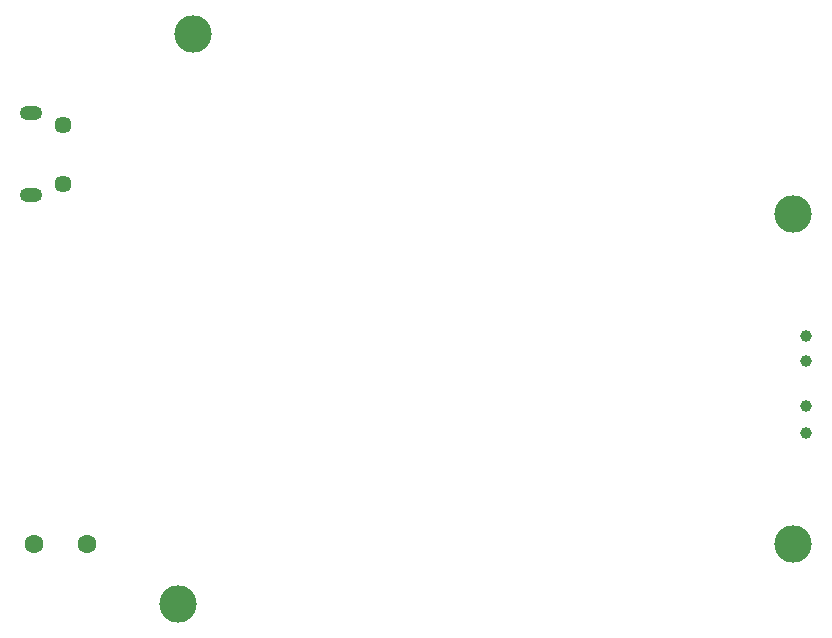
<source format=gbr>
%TF.GenerationSoftware,KiCad,Pcbnew,6.0.0*%
%TF.CreationDate,2022-01-02T09:26:31-06:00*%
%TF.ProjectId,boysenboard,626f7973-656e-4626-9f61-72642e6b6963,rev?*%
%TF.SameCoordinates,Original*%
%TF.FileFunction,Soldermask,Bot*%
%TF.FilePolarity,Negative*%
%FSLAX46Y46*%
G04 Gerber Fmt 4.6, Leading zero omitted, Abs format (unit mm)*
G04 Created by KiCad (PCBNEW 6.0.0) date 2022-01-02 09:26:31*
%MOMM*%
%LPD*%
G01*
G04 APERTURE LIST*
%ADD10C,3.175000*%
%ADD11C,1.600000*%
%ADD12C,1.450000*%
%ADD13O,1.900000X1.200000*%
%ADD14C,1.000000*%
G04 APERTURE END LIST*
D10*
%TO.C,H2*%
X154940000Y-53340000D03*
%TD*%
%TO.C,H3*%
X104140000Y-38100000D03*
%TD*%
%TO.C,H4*%
X154940000Y-81280000D03*
%TD*%
D11*
%TO.C,J2*%
X90678000Y-81280000D03*
X95178000Y-81280000D03*
%TD*%
D10*
%TO.C,H1*%
X102870000Y-86360000D03*
%TD*%
D12*
%TO.C,J1*%
X93156500Y-50760000D03*
D13*
X90456500Y-51760000D03*
D12*
X93156500Y-45760000D03*
D13*
X90456500Y-44760000D03*
%TD*%
D14*
%TO.C,TP6*%
X156083000Y-71882000D03*
%TD*%
%TO.C,TP7*%
X156083000Y-69596000D03*
%TD*%
%TO.C,TP8*%
X156083000Y-65786000D03*
%TD*%
%TO.C,TP9*%
X156083000Y-63627000D03*
%TD*%
M02*

</source>
